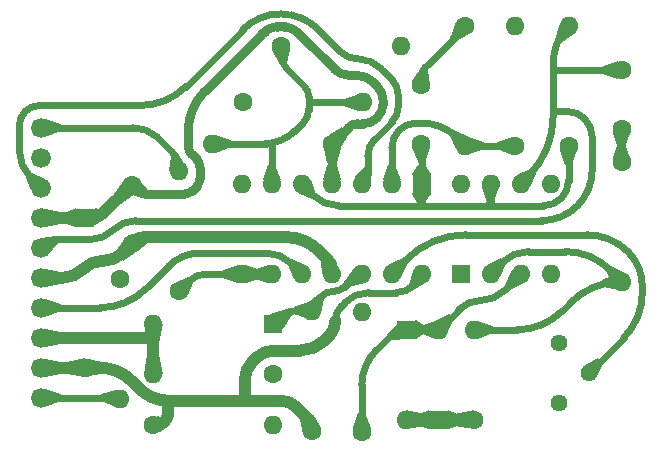
<source format=gbl>
G04 #@! TF.GenerationSoftware,KiCad,Pcbnew,8.0.1-1.fc39*
G04 #@! TF.CreationDate,2024-04-14T17:27:16+03:00*
G04 #@! TF.ProjectId,Regulator_PCB_VerA_rev0.1,52656775-6c61-4746-9f72-5f5043425f56,0.1*
G04 #@! TF.SameCoordinates,Original*
G04 #@! TF.FileFunction,Copper,L2,Bot*
G04 #@! TF.FilePolarity,Positive*
%FSLAX46Y46*%
G04 Gerber Fmt 4.6, Leading zero omitted, Abs format (unit mm)*
G04 Created by KiCad (PCBNEW 8.0.1-1.fc39) date 2024-04-14 17:27:16*
%MOMM*%
%LPD*%
G01*
G04 APERTURE LIST*
G04 #@! TA.AperFunction,ComponentPad*
%ADD10C,1.600000*%
G04 #@! TD*
G04 #@! TA.AperFunction,ComponentPad*
%ADD11O,1.600000X1.600000*%
G04 #@! TD*
G04 #@! TA.AperFunction,ComponentPad*
%ADD12R,1.600000X1.600000*%
G04 #@! TD*
G04 #@! TA.AperFunction,ComponentPad*
%ADD13C,1.440000*%
G04 #@! TD*
G04 #@! TA.AperFunction,ComponentPad*
%ADD14C,1.680000*%
G04 #@! TD*
G04 #@! TA.AperFunction,Conductor*
%ADD15C,0.800000*%
G04 #@! TD*
G04 #@! TA.AperFunction,Conductor*
%ADD16C,1.000000*%
G04 #@! TD*
G04 #@! TA.AperFunction,Conductor*
%ADD17C,0.600000*%
G04 #@! TD*
G04 APERTURE END LIST*
D10*
X117000000Y-126000000D03*
D11*
X117000000Y-115840000D03*
D12*
X137580000Y-116900000D03*
D11*
X135040000Y-116900000D03*
X132500000Y-116900000D03*
X129960000Y-116900000D03*
X127420000Y-116900000D03*
X124880000Y-116900000D03*
X122340000Y-116900000D03*
X122340000Y-124520000D03*
X124880000Y-124520000D03*
X127420000Y-124520000D03*
X129960000Y-124520000D03*
X132500000Y-124520000D03*
X135040000Y-124520000D03*
X137580000Y-124520000D03*
D10*
X145500000Y-113700000D03*
D11*
X145500000Y-103540000D03*
D10*
X150000000Y-113700000D03*
D11*
X150000000Y-103540000D03*
D12*
X139000000Y-136870000D03*
D11*
X139000000Y-129250000D03*
D10*
X142000000Y-136870000D03*
D11*
X142000000Y-129250000D03*
D10*
X125000000Y-133000000D03*
D11*
X114840000Y-133000000D03*
D10*
X125670000Y-105250000D03*
D11*
X135830000Y-105250000D03*
D10*
X112000000Y-124920000D03*
D11*
X112000000Y-135080000D03*
D12*
X125000000Y-128750000D03*
D11*
X114840000Y-128750000D03*
D10*
X114820000Y-137300000D03*
D11*
X124980000Y-137300000D03*
D10*
X113000000Y-117000000D03*
X113000000Y-122000000D03*
D13*
X149160000Y-135440000D03*
X151700000Y-132900000D03*
X149160000Y-130360000D03*
D10*
X154500000Y-115000000D03*
D11*
X154500000Y-125160000D03*
D12*
X140880000Y-124500000D03*
D11*
X143420000Y-124500000D03*
X145960000Y-124500000D03*
X148500000Y-124500000D03*
X148500000Y-116880000D03*
X145960000Y-116880000D03*
X143420000Y-116880000D03*
X140880000Y-116880000D03*
D12*
X109100000Y-119750000D03*
D11*
X109100000Y-132450000D03*
D12*
X136250000Y-129250000D03*
D11*
X136250000Y-136870000D03*
D10*
X154500000Y-107250000D03*
X154500000Y-112250000D03*
D14*
X105330000Y-112140000D03*
X105330000Y-114680000D03*
X105330000Y-117220000D03*
X105330000Y-119760000D03*
X105330000Y-122300000D03*
X105330000Y-124840000D03*
X105330000Y-127380000D03*
X105330000Y-129920000D03*
X105330000Y-132460000D03*
X105330000Y-135000000D03*
D10*
X128300000Y-137800000D03*
D11*
X128300000Y-127640000D03*
D10*
X132500000Y-137880000D03*
D11*
X132500000Y-127720000D03*
D10*
X137500000Y-113500000D03*
X137500000Y-108500000D03*
X122400000Y-110000000D03*
D11*
X132560000Y-110000000D03*
D10*
X130000000Y-113500000D03*
D11*
X119840000Y-113500000D03*
D10*
X141250000Y-103500000D03*
D11*
X141250000Y-113660000D03*
D15*
X127041342Y-104057440D02*
X126983334Y-104012928D01*
X125406249Y-103561386D02*
X125333757Y-103570930D01*
D16*
X109000000Y-119750000D02*
X107750000Y-119750000D01*
D15*
X125843752Y-103561372D02*
X125916245Y-103570916D01*
X124266673Y-104012939D02*
X124208666Y-104057451D01*
D16*
X105335000Y-119755000D02*
X105330000Y-119760000D01*
D15*
X133776287Y-108576287D02*
X133528264Y-108328264D01*
D16*
X107750000Y-119750000D02*
X105347071Y-119750000D01*
X110691941Y-119308058D02*
X112771446Y-117228553D01*
D15*
X129960000Y-113568284D02*
X129960000Y-116900000D01*
D16*
X109625000Y-119750000D02*
X109000000Y-119750000D01*
D15*
X118800000Y-115514214D02*
X118800000Y-116401902D01*
X117800000Y-112459594D02*
X117800000Y-113685786D01*
X127255783Y-104255783D02*
X130197863Y-107197863D01*
X134300000Y-109840643D02*
X134300000Y-110091004D01*
X118159009Y-117457107D02*
X118507107Y-117109009D01*
X119220999Y-109029000D02*
X123994215Y-104255783D01*
X131985763Y-107689339D02*
X131384391Y-107689339D01*
X118092893Y-114392893D02*
X118507107Y-114807107D01*
X131407107Y-112092893D02*
X129980000Y-113520000D01*
X113457107Y-117457107D02*
X113228553Y-117228553D01*
X117451902Y-117750000D02*
X114164214Y-117750000D01*
X132594777Y-111800000D02*
X132114214Y-111800000D01*
X124098288Y-104153023D02*
G75*
G03*
X123994216Y-104255784I8035512J-8242077D01*
G01*
X125047497Y-103627873D02*
G75*
G03*
X124771121Y-103721696I577503J-2155127D01*
G01*
X118507106Y-117109008D02*
G75*
G03*
X118800001Y-116401902I-707106J707108D01*
G01*
X118092893Y-114392893D02*
G75*
G02*
X117800010Y-113685786I707107J707093D01*
G01*
X131384391Y-107689339D02*
G75*
G02*
X130197860Y-107197866I9J1678039D01*
G01*
X126740654Y-103850771D02*
G75*
G02*
X126983334Y-104012928I-1115654J-1932329D01*
G01*
X125698124Y-103550914D02*
G75*
G03*
X125551876Y-103550921I-72824J-5830886D01*
G01*
X126478886Y-103721679D02*
G75*
G02*
X126740651Y-103850777I-853886J-2061321D01*
G01*
X132114214Y-111800000D02*
G75*
G03*
X131407100Y-112092886I-14J-1000000D01*
G01*
X124771119Y-103721693D02*
G75*
G03*
X124509351Y-103850786I853881J-2061407D01*
G01*
X134300000Y-109840643D02*
G75*
G03*
X133776315Y-108576259I-1788100J43D01*
G01*
D16*
X105335001Y-119755001D02*
G75*
G02*
X105347071Y-119749989I12099J-12099D01*
G01*
D15*
X131985763Y-107689339D02*
G75*
G02*
X133528290Y-108328238I37J-2181461D01*
G01*
X118159008Y-117457106D02*
G75*
G02*
X117451902Y-117750001I-707108J707106D01*
G01*
X126202506Y-103627859D02*
G75*
G02*
X126478884Y-103721683I-577506J-2155141D01*
G01*
X125551876Y-103550921D02*
G75*
G03*
X125406249Y-103561388I15524J-1234279D01*
G01*
X118800000Y-115514214D02*
G75*
G03*
X118507114Y-114807100I-1000000J14D01*
G01*
X113228552Y-117228554D02*
G75*
G03*
X112771447Y-117228554I-228552J-228552D01*
G01*
X125916245Y-103570916D02*
G75*
G02*
X126202505Y-103627861I-291245J-2212084D01*
G01*
X124509350Y-103850784D02*
G75*
G03*
X124266671Y-104012937I1115550J-1932216D01*
G01*
D16*
X109625000Y-119750000D02*
G75*
G03*
X110691945Y-119308062I0J1508900D01*
G01*
D15*
X127041342Y-104057440D02*
G75*
G02*
X127151711Y-104153021I-751642J-979460D01*
G01*
X132594777Y-111800000D02*
G75*
G03*
X133798685Y-111301355I23J1702600D01*
G01*
X117800000Y-112459594D02*
G75*
G02*
X119221000Y-109029001I4851600J-6D01*
G01*
X125698124Y-103550913D02*
G75*
G02*
X125843752Y-103561375I-15424J-1233487D01*
G01*
X125333757Y-103570930D02*
G75*
G03*
X125047498Y-103627877I291243J-2211970D01*
G01*
X113457107Y-117457107D02*
G75*
G03*
X114164214Y-117749990I707093J707107D01*
G01*
X127151716Y-104153016D02*
G75*
G02*
X127255783Y-104255783I-8123116J-8329984D01*
G01*
X133798665Y-111301335D02*
G75*
G03*
X134299993Y-110091004I-1210365J1210335D01*
G01*
X129980000Y-113520000D02*
G75*
G03*
X129959994Y-113568284I48300J-48300D01*
G01*
X124208666Y-104057452D02*
G75*
G03*
X124098290Y-104153025I752134J-980148D01*
G01*
D16*
X129960000Y-124090000D02*
X129960000Y-124520000D01*
X108892893Y-124107106D02*
X108879999Y-124119999D01*
X128830000Y-122530000D02*
X129655944Y-123355944D01*
X112900000Y-122100000D02*
X112500000Y-122500000D01*
X107141766Y-124840000D02*
X105330000Y-124840000D01*
X112300000Y-122700000D02*
X112500000Y-122500000D01*
X112900000Y-122100000D02*
X113300000Y-121700000D01*
X110600000Y-123400000D02*
X110610050Y-123400000D01*
X114024264Y-121400000D02*
X126101938Y-121400000D01*
X112299999Y-122699999D02*
G75*
G02*
X110610050Y-123400020I-1689999J1689999D01*
G01*
X110600000Y-123400000D02*
G75*
G03*
X108892896Y-124107109I0J-2414200D01*
G01*
X107141766Y-124840000D02*
G75*
G03*
X108880010Y-124120010I34J2458200D01*
G01*
X129960000Y-124090000D02*
G75*
G03*
X129655942Y-123355946I-1038100J0D01*
G01*
X128830000Y-122530000D02*
G75*
G03*
X126101938Y-121399984I-2728100J-2728100D01*
G01*
X114024264Y-121400000D02*
G75*
G03*
X113300011Y-121700011I36J-1024300D01*
G01*
D17*
X141250000Y-103574999D02*
X141250000Y-103500000D01*
X137500000Y-107950000D02*
X137500000Y-108500000D01*
X137888908Y-107011091D02*
X141196967Y-103703031D01*
X141250000Y-103574999D02*
G75*
G02*
X141196975Y-103703039I-181100J-1D01*
G01*
X137500000Y-107950000D02*
G75*
G02*
X137888912Y-107011095I1327800J0D01*
G01*
X137540000Y-113540000D02*
X137500000Y-113500000D01*
X137580000Y-116900000D02*
X137580000Y-113636568D01*
X147866116Y-118750000D02*
X143370208Y-118750000D01*
X128345000Y-117825000D02*
X127420000Y-116900000D01*
X143420000Y-118459791D02*
X143420000Y-116880000D01*
X137870208Y-118750000D02*
X143129791Y-118750000D01*
X137629791Y-118750000D02*
X130578147Y-118750000D01*
X137629791Y-118750000D02*
X137870208Y-118750000D01*
X150000000Y-116616116D02*
X150000000Y-113700000D01*
X143129791Y-118750000D02*
X143370208Y-118750000D01*
X137580000Y-118459791D02*
X137580000Y-116900000D01*
X143420000Y-118459791D02*
G75*
G02*
X143335002Y-118665002I-290200J-9D01*
G01*
X137629791Y-118750000D02*
G75*
G03*
X137665014Y-118664986I9J49800D01*
G01*
X149374999Y-118124999D02*
G75*
G02*
X147866116Y-118750006I-1508899J1508899D01*
G01*
X143335000Y-118665000D02*
G75*
G03*
X143370208Y-118749980I35200J-35200D01*
G01*
X137580000Y-118459791D02*
G75*
G03*
X137664998Y-118665002I290200J-9D01*
G01*
X150000000Y-116616116D02*
G75*
G02*
X149374995Y-118124995I-2133900J16D01*
G01*
X137540000Y-113540000D02*
G75*
G02*
X137580013Y-113636568I-96600J-96600D01*
G01*
X143335000Y-118665000D02*
G75*
G02*
X143129791Y-118749996I-205200J205200D01*
G01*
X137870208Y-118750000D02*
G75*
G02*
X137664998Y-118665002I-8J290200D01*
G01*
X128345000Y-117825000D02*
G75*
G03*
X130578147Y-118749980I2233100J2233100D01*
G01*
X148700000Y-106678400D02*
X148700000Y-110823223D01*
X148700000Y-107250000D02*
X154500000Y-107250000D01*
X152000000Y-115732233D02*
X152000000Y-112883883D01*
X147732233Y-120000000D02*
X113381370Y-120000000D01*
X105680000Y-121950000D02*
X105330000Y-122300000D01*
X148700000Y-111176776D02*
X148700000Y-110823223D01*
X106524974Y-121600000D02*
X109518629Y-121600000D01*
X146604654Y-116235345D02*
X145960000Y-116880000D01*
X149866116Y-110750000D02*
X149126776Y-110750000D01*
X152000000Y-112883883D02*
G75*
G03*
X151374995Y-111375005I-2133900J-17D01*
G01*
X111450000Y-120800000D02*
G75*
G02*
X113381370Y-119999988I1931400J-1931400D01*
G01*
X150750000Y-118750000D02*
G75*
G02*
X147732233Y-120000013I-3017800J3017800D01*
G01*
X111450000Y-120800000D02*
G75*
G02*
X109518629Y-121600012I-1931400J1931400D01*
G01*
X146604654Y-116235345D02*
G75*
G03*
X148700040Y-111176776I-5058554J5058645D01*
G01*
X150750000Y-118750000D02*
G75*
G03*
X152000013Y-115732233I-3017800J3017800D01*
G01*
X148700000Y-111176776D02*
G75*
G02*
X148825007Y-110875007I426800J-24D01*
G01*
X149126776Y-110750000D02*
G75*
G03*
X148825007Y-110875007I24J-426800D01*
G01*
X106524974Y-121600000D02*
G75*
G03*
X105680007Y-121950007I26J-1195000D01*
G01*
X148700000Y-106678400D02*
G75*
G02*
X149999998Y-103539998I4438300J0D01*
G01*
X148825000Y-110875000D02*
G75*
G02*
X148699944Y-110823223I-51800J51800D01*
G01*
X149866116Y-110750000D02*
G75*
G02*
X151374995Y-111375005I-16J-2133900D01*
G01*
X154500000Y-112250000D02*
X154500000Y-115000000D01*
X137473933Y-124926066D02*
X136940000Y-125460000D01*
D16*
X116125000Y-136233058D02*
X116125000Y-135250000D01*
X115812499Y-136987499D02*
X115740416Y-137059583D01*
X127035787Y-135835787D02*
X128052512Y-136852512D01*
X125028427Y-131000000D02*
X127262563Y-131000000D01*
X108982928Y-132460000D02*
X105330000Y-132460000D01*
D17*
X135394903Y-126100000D02*
X133066726Y-126100000D01*
D16*
X129374999Y-130124999D02*
X129719669Y-129780330D01*
X117115649Y-135250000D02*
X125621573Y-135250000D01*
X115160000Y-137300000D02*
X114820000Y-137300000D01*
D17*
X137580000Y-124670000D02*
X137580000Y-124520000D01*
D16*
X123185787Y-132014213D02*
X123614214Y-131585786D01*
D17*
X131074999Y-126924999D02*
X130780330Y-127219669D01*
D16*
X113684646Y-134239150D02*
X113051579Y-133606083D01*
X128300000Y-137450000D02*
X128300000Y-137800000D01*
X122600000Y-135250000D02*
X122600000Y-133428427D01*
X116125000Y-135250000D02*
X117115649Y-135250000D01*
X109007071Y-132450000D02*
X110260549Y-132450000D01*
X128052512Y-136852512D02*
G75*
G02*
X128299992Y-137450000I-597512J-597488D01*
G01*
X110260549Y-132450000D02*
G75*
G02*
X113051552Y-133606110I-49J-3947100D01*
G01*
X113684646Y-134239150D02*
G75*
G03*
X116125000Y-135250020I2440454J2440450D01*
G01*
X116125000Y-136233058D02*
G75*
G02*
X115812512Y-136987512I-1066900J-42D01*
G01*
X108982928Y-132460000D02*
G75*
G03*
X108994992Y-132454992I-28J17100D01*
G01*
X125621573Y-135250000D02*
G75*
G02*
X127035801Y-135835773I27J-2000000D01*
G01*
X122600000Y-133428427D02*
G75*
G02*
X123185773Y-132014199I2000000J27D01*
G01*
D17*
X136940000Y-125460000D02*
G75*
G02*
X135394903Y-126100001I-1545100J1545100D01*
G01*
X131074999Y-126924999D02*
G75*
G02*
X133066726Y-126100010I1991701J-1991701D01*
G01*
X130250000Y-128500000D02*
G75*
G02*
X130780322Y-127219661I1810700J0D01*
G01*
D16*
X109007071Y-132450000D02*
G75*
G03*
X108995008Y-132455008I29J-17100D01*
G01*
X115740415Y-137059582D02*
G75*
G02*
X115160000Y-137300008I-580415J580382D01*
G01*
X123614215Y-131585787D02*
G75*
G02*
X125028427Y-131000020I1414185J-1414213D01*
G01*
X129719669Y-129780330D02*
G75*
G03*
X130249987Y-128500000I-1280369J1280330D01*
G01*
D17*
X137473933Y-124926066D02*
G75*
G03*
X137580008Y-124670000I-256033J256066D01*
G01*
D16*
X127262563Y-131000000D02*
G75*
G03*
X129375011Y-130125011I37J2987400D01*
G01*
X139000000Y-136870000D02*
X142000000Y-136870000D01*
X114800000Y-129960000D02*
X114840000Y-130000000D01*
X136290000Y-136870000D02*
X139000000Y-136870000D01*
X114703431Y-129920000D02*
X105330000Y-129920000D01*
X114840000Y-128750000D02*
X114840000Y-133000000D01*
X114800000Y-129960000D02*
G75*
G03*
X114703431Y-129919987I-96600J-96600D01*
G01*
X136250000Y-136910000D02*
G75*
G02*
X136221722Y-136978291I-96600J0D01*
G01*
X136250000Y-136910000D02*
G75*
G02*
X136290000Y-136870000I40000J0D01*
G01*
D17*
X129098716Y-126401283D02*
X128384350Y-127115649D01*
X126911959Y-127630000D02*
X128060000Y-127630000D01*
X125560000Y-128190000D02*
X125000000Y-128750000D01*
X131036282Y-125598716D02*
X131978881Y-124656118D01*
X132307500Y-124520000D02*
X132500000Y-124520000D01*
X128060000Y-127630000D02*
G75*
G03*
X128250000Y-127440000I0J190000D01*
G01*
X129098717Y-126401284D02*
G75*
G02*
X130067500Y-126000010I968783J-968816D01*
G01*
X126911959Y-127630000D02*
G75*
G03*
X125560012Y-128190012I41J-1912000D01*
G01*
X128384351Y-127115650D02*
G75*
G03*
X128250000Y-127440000I324349J-324350D01*
G01*
X132307500Y-124520000D02*
G75*
G03*
X131978889Y-124656126I0J-464700D01*
G01*
X130067500Y-126000000D02*
G75*
G03*
X131036290Y-125598724I0J1370100D01*
G01*
X136650000Y-129250000D02*
X135850000Y-129250000D01*
X144491352Y-125968647D02*
X145960000Y-124500000D01*
X135167157Y-129532842D02*
X133733972Y-130966028D01*
X139000000Y-129250000D02*
X140718647Y-127531352D01*
X132500000Y-133945101D02*
X132500000Y-137880000D01*
X139000000Y-129250000D02*
X136650000Y-129250000D01*
X132500000Y-133945101D02*
G75*
G02*
X133733981Y-130966037I4213000J1D01*
G01*
X135850000Y-129250000D02*
G75*
G03*
X135167154Y-129532839I0J-965700D01*
G01*
X142605000Y-126750000D02*
G75*
G03*
X144491351Y-125968646I0J2667700D01*
G01*
X142605000Y-126750000D02*
G75*
G03*
X140718649Y-127531354I0J-2667700D01*
G01*
X110310631Y-127380000D02*
X105330000Y-127380000D01*
X116144415Y-123855585D02*
X114252970Y-125747030D01*
X124398420Y-122750000D02*
X118813533Y-122750000D01*
X126535000Y-123635000D02*
X127420000Y-124520000D01*
X126535000Y-123635000D02*
G75*
G03*
X124398420Y-122749992I-2136600J-2136600D01*
G01*
X110310631Y-127380000D02*
G75*
G03*
X114252952Y-125747012I-31J5575300D01*
G01*
X118813533Y-122750000D02*
G75*
G03*
X116144399Y-123855569I-33J-3774700D01*
G01*
X130714214Y-105714214D02*
X128825825Y-103825825D01*
X135600000Y-109428427D02*
X135600000Y-110271573D01*
X103500000Y-114095994D02*
X103500000Y-111957106D01*
X104415000Y-116305000D02*
X105330000Y-117220000D01*
X132750000Y-116650000D02*
X132500000Y-116900000D01*
X113746036Y-110250000D02*
X105207106Y-110250000D01*
X122424174Y-103825825D02*
X117593792Y-108656207D01*
X135014213Y-111685787D02*
X133585786Y-113114214D01*
X133000000Y-116046446D02*
X133000000Y-114528427D01*
X135014214Y-108014214D02*
X134128414Y-107128414D01*
X133000000Y-116046446D02*
G75*
G02*
X132749986Y-116649986I-853600J46D01*
G01*
X130714215Y-105714213D02*
G75*
G03*
X132128427Y-106299980I1414185J1414213D01*
G01*
X104000000Y-110750000D02*
G75*
G03*
X103500003Y-111957106I1207100J-1207100D01*
G01*
X103500000Y-114095994D02*
G75*
G03*
X104414998Y-116305002I3124000J-6D01*
G01*
X135600000Y-109428427D02*
G75*
G03*
X135014228Y-108014200I-2000000J27D01*
G01*
X133585787Y-113114215D02*
G75*
G03*
X133000020Y-114528427I1414213J-1414185D01*
G01*
X128825824Y-103825826D02*
G75*
G03*
X125625000Y-102499986I-3200824J-3200774D01*
G01*
X135014212Y-111685786D02*
G75*
G03*
X135599980Y-110271573I-1414212J1414186D01*
G01*
X122424174Y-103825825D02*
G75*
G02*
X125625000Y-102499985I3200826J-3200775D01*
G01*
X104000000Y-110750000D02*
G75*
G02*
X105207106Y-110250003I1207100J-1207100D01*
G01*
X134128414Y-107128414D02*
G75*
G03*
X132128427Y-106299973I-2000014J-1999986D01*
G01*
X113746036Y-110250000D02*
G75*
G03*
X117593785Y-108656200I-36J5441600D01*
G01*
X105330000Y-135000000D02*
X112000000Y-135000000D01*
X117000000Y-115581472D02*
X117000000Y-115840000D01*
X113132203Y-112140000D02*
X105330000Y-112140000D01*
X116414213Y-114167258D02*
X115157375Y-112910420D01*
X117000000Y-115581472D02*
G75*
G03*
X116414199Y-114167272I-2000000J-28D01*
G01*
X113132203Y-112140000D02*
G75*
G02*
X115157377Y-112910418I-3703J-3056700D01*
G01*
X151546622Y-121200000D02*
X141342851Y-121200000D01*
X136250805Y-123309195D02*
X135040000Y-124520000D01*
X156250000Y-126096036D02*
X156250000Y-125544283D01*
X154656207Y-129943792D02*
X151700000Y-132900000D01*
X154656207Y-129943792D02*
G75*
G03*
X156250010Y-126096036I-3847807J3847792D01*
G01*
X151546622Y-121200000D02*
G75*
G02*
X155051950Y-122651970I-22J-4957300D01*
G01*
X156250000Y-125544283D02*
G75*
G03*
X155051960Y-122651960I-4090400J-17D01*
G01*
X136250805Y-123309195D02*
G75*
G02*
X141342851Y-121199954I5092095J-5092005D01*
G01*
X126172045Y-107172045D02*
X127646446Y-108646446D01*
X124347600Y-113497870D02*
X119843636Y-113497870D01*
X128000000Y-110500000D02*
X128000000Y-109500000D01*
X128000000Y-110500000D02*
X128000000Y-110625000D01*
X124840000Y-113487608D02*
X124800000Y-113447608D01*
X127558058Y-111691941D02*
X126874999Y-112374999D01*
X128500000Y-110000000D02*
X132560000Y-110000000D01*
X124880000Y-113584176D02*
X124880000Y-116900000D01*
X125670000Y-105960000D02*
X125670000Y-105250000D01*
X119841065Y-113498935D02*
X119840000Y-113500000D01*
X119843636Y-113497870D02*
G75*
G03*
X119841048Y-113498918I-36J-3630D01*
G01*
X127646445Y-108646447D02*
G75*
G02*
X128000001Y-109500000I-853545J-853553D01*
G01*
X124347600Y-113497870D02*
G75*
G03*
X126874986Y-112374986I-199400J3854570D01*
G01*
X128000000Y-109500000D02*
G75*
G03*
X128500000Y-110000000I500000J0D01*
G01*
X126172045Y-107172045D02*
G75*
G02*
X125670003Y-105960000I1212055J1212045D01*
G01*
X128000000Y-110500000D02*
G75*
G02*
X128500000Y-110000000I500000J0D01*
G01*
X128000000Y-110625000D02*
G75*
G02*
X127558062Y-111691945I-1508900J0D01*
G01*
X124840000Y-113487608D02*
G75*
G02*
X124880007Y-113584176I-96600J-96592D01*
G01*
X145480000Y-113680000D02*
X145500000Y-113700000D01*
X135040000Y-113815599D02*
X135040000Y-116900000D01*
X140555657Y-112965657D02*
X140902828Y-113312828D01*
X145431715Y-113660000D02*
X141740974Y-113660000D01*
X136970336Y-111751890D02*
X137625365Y-111751890D01*
X140555657Y-112965657D02*
G75*
G03*
X137625365Y-111751901I-2930257J-2930243D01*
G01*
X140902828Y-113312828D02*
G75*
G03*
X141740974Y-113660023I838172J838128D01*
G01*
X136970336Y-111751890D02*
G75*
G03*
X135645019Y-112355020I146864J-2080410D01*
G01*
X135645000Y-112355000D02*
G75*
G03*
X135040000Y-113815599I1460600J-1460600D01*
G01*
X145480000Y-113680000D02*
G75*
G03*
X145431715Y-113659994I-48300J-48300D01*
G01*
X122340000Y-124520000D02*
X124880000Y-124520000D01*
X122340000Y-124520000D02*
X119308427Y-124520000D01*
X117894213Y-125105787D02*
X117000000Y-126000000D01*
X119308427Y-124520000D02*
G75*
G03*
X117894199Y-125105773I-27J-2000000D01*
G01*
X149463792Y-127656207D02*
X150163958Y-126956041D01*
X153538608Y-124198608D02*
X154500000Y-125160000D01*
X149727511Y-122620000D02*
X146629360Y-122620000D01*
X145616036Y-129250000D02*
X142000000Y-129250000D01*
X144360000Y-123560000D02*
X143420000Y-124500000D01*
X145616036Y-129250000D02*
G75*
G03*
X149463785Y-127656200I-36J5441600D01*
G01*
X154500000Y-125160000D02*
G75*
G03*
X150163959Y-126956042I0J-6132100D01*
G01*
X153538608Y-124198608D02*
G75*
G03*
X149727511Y-122619991I-3811108J-3811092D01*
G01*
X146629360Y-122620000D02*
G75*
G03*
X144360011Y-123560011I40J-3209400D01*
G01*
G04 #@! TA.AperFunction,Conductor*
G36*
X108301900Y-118952947D02*
G01*
X108305327Y-118955320D01*
X109092711Y-119741722D01*
X109096143Y-119749993D01*
X109092721Y-119758268D01*
X109092711Y-119758278D01*
X108305327Y-120544679D01*
X108297052Y-120548101D01*
X108292951Y-120547356D01*
X107507592Y-120252847D01*
X107501049Y-120246734D01*
X107500000Y-120241892D01*
X107500000Y-119258108D01*
X107503427Y-119249835D01*
X107507592Y-119247153D01*
X108292951Y-118952643D01*
X108301900Y-118952947D01*
G37*
G04 #@! TD.AperFunction*
G04 #@! TA.AperFunction,Conductor*
G36*
X105343934Y-118922740D02*
G01*
X106998569Y-119248143D01*
X107006025Y-119253102D01*
X107008011Y-119259623D01*
X107008011Y-120240510D01*
X107004584Y-120248783D01*
X106998725Y-120251958D01*
X105660948Y-120534056D01*
X105652146Y-120532410D01*
X105647730Y-120527097D01*
X105533409Y-120251958D01*
X105329897Y-119762159D01*
X105329002Y-119757663D01*
X105329983Y-118934206D01*
X105333420Y-118925938D01*
X105341697Y-118922521D01*
X105343934Y-118922740D01*
G37*
G04 #@! TD.AperFunction*
G04 #@! TA.AperFunction,Conductor*
G36*
X112442627Y-116442885D02*
G01*
X112444283Y-116444258D01*
X113000707Y-116999293D01*
X113000727Y-116999313D01*
X113555741Y-117555716D01*
X113559158Y-117563994D01*
X113555721Y-117572262D01*
X113554065Y-117573635D01*
X112230196Y-118479438D01*
X112221433Y-118481282D01*
X112215316Y-118478055D01*
X111521943Y-117784682D01*
X111518516Y-117776409D01*
X111520560Y-117769802D01*
X112426366Y-116445932D01*
X112433864Y-116441041D01*
X112442627Y-116442885D01*
G37*
G04 #@! TD.AperFunction*
G04 #@! TA.AperFunction,Conductor*
G36*
X130729400Y-113802114D02*
G01*
X130735725Y-113808453D01*
X130736132Y-113816227D01*
X130362474Y-115083653D01*
X130356848Y-115090619D01*
X130351252Y-115092044D01*
X129569291Y-115092044D01*
X129561018Y-115088617D01*
X129557895Y-115082995D01*
X129263141Y-113815799D01*
X129264605Y-113806964D01*
X129270047Y-113802344D01*
X129995512Y-113500864D01*
X130004461Y-113500854D01*
X130729400Y-113802114D01*
G37*
G04 #@! TD.AperFunction*
G04 #@! TA.AperFunction,Conductor*
G36*
X130359244Y-115303427D02*
G01*
X130362289Y-115308734D01*
X130696520Y-116583994D01*
X130695302Y-116592865D01*
X130689692Y-116597764D01*
X129964490Y-116899134D01*
X129955536Y-116899144D01*
X129230306Y-116597763D01*
X129223982Y-116591425D01*
X129223479Y-116583996D01*
X129557711Y-115308734D01*
X129563124Y-115301600D01*
X129569029Y-115300000D01*
X130350971Y-115300000D01*
X130359244Y-115303427D01*
G37*
G04 #@! TD.AperFunction*
G04 #@! TA.AperFunction,Conductor*
G36*
X130854910Y-112092170D02*
G01*
X131407829Y-112645089D01*
X131411256Y-112653362D01*
X131409656Y-112659267D01*
X130744248Y-113797347D01*
X130737114Y-113802760D01*
X130729683Y-113802257D01*
X130003787Y-113502562D01*
X129997448Y-113496237D01*
X129997437Y-113496212D01*
X129697742Y-112770316D01*
X129697753Y-112761361D01*
X129702651Y-112755751D01*
X130840735Y-112090342D01*
X130849603Y-112089125D01*
X130854910Y-112092170D01*
G37*
G04 #@! TD.AperFunction*
G04 #@! TA.AperFunction,Conductor*
G36*
X109905386Y-118950451D02*
G01*
X110306583Y-118984045D01*
X110314542Y-118988150D01*
X110314889Y-118988582D01*
X110912443Y-119767342D01*
X110914761Y-119775991D01*
X110910283Y-119783746D01*
X110909099Y-119784545D01*
X109906879Y-120374903D01*
X109898012Y-120376149D01*
X109893719Y-120374027D01*
X109109590Y-119758755D01*
X109105196Y-119750952D01*
X109107607Y-119742328D01*
X109108530Y-119741286D01*
X109896162Y-118953836D01*
X109904434Y-118950411D01*
X109905386Y-118950451D01*
G37*
G04 #@! TD.AperFunction*
G04 #@! TA.AperFunction,Conductor*
G36*
X113573244Y-116443299D02*
G01*
X113573891Y-116444002D01*
X114338647Y-117346727D01*
X114341420Y-117354289D01*
X114341420Y-118135024D01*
X114337993Y-118143297D01*
X114329720Y-118146724D01*
X114326889Y-118146376D01*
X112707012Y-117742385D01*
X112699814Y-117737058D01*
X112698491Y-117728202D01*
X112699025Y-117726575D01*
X112998109Y-117002157D01*
X113000654Y-116998348D01*
X113556699Y-116443284D01*
X113564974Y-116439865D01*
X113573244Y-116443299D01*
G37*
G04 #@! TD.AperFunction*
G04 #@! TA.AperFunction,Conductor*
G36*
X107000632Y-124338096D02*
G01*
X107008055Y-124343101D01*
X107010000Y-124349561D01*
X107010000Y-125330438D01*
X107006573Y-125338711D01*
X107000630Y-125341904D01*
X105660892Y-125614141D01*
X105652102Y-125612430D01*
X105647758Y-125607164D01*
X105330865Y-124844489D01*
X105330855Y-124835535D01*
X105647758Y-124072834D01*
X105654096Y-124066510D01*
X105660889Y-124065858D01*
X107000632Y-124338096D01*
G37*
G04 #@! TD.AperFunction*
G04 #@! TA.AperFunction,Conductor*
G36*
X112269924Y-121697581D02*
G01*
X112996351Y-121997611D01*
X113002690Y-122003937D01*
X113002700Y-122003961D01*
X113302351Y-122729909D01*
X113302340Y-122738864D01*
X113297681Y-122744329D01*
X112254555Y-123388188D01*
X112245715Y-123389617D01*
X112238504Y-123384457D01*
X111716594Y-122553858D01*
X111715095Y-122545031D01*
X111716657Y-122541312D01*
X112255617Y-121702072D01*
X112262969Y-121696964D01*
X112269924Y-121697581D01*
G37*
G04 #@! TD.AperFunction*
G04 #@! TA.AperFunction,Conductor*
G36*
X129766145Y-122763024D02*
G01*
X129767714Y-122764970D01*
X130691541Y-124202088D01*
X130693132Y-124210901D01*
X130688026Y-124218257D01*
X130686189Y-124219219D01*
X129962868Y-124519808D01*
X129958368Y-124520704D01*
X129170567Y-124520009D01*
X129162297Y-124516575D01*
X129158936Y-124509488D01*
X129053317Y-123465387D01*
X129055894Y-123456813D01*
X129056675Y-123455948D01*
X129749600Y-122763023D01*
X129757872Y-122759597D01*
X129766145Y-122763024D01*
G37*
G04 #@! TD.AperFunction*
G04 #@! TA.AperFunction,Conductor*
G36*
X114388171Y-120904634D02*
G01*
X114393242Y-120912015D01*
X114393497Y-120914445D01*
X114393497Y-121894394D01*
X114390070Y-121902667D01*
X114389129Y-121903512D01*
X113573858Y-122559111D01*
X113565263Y-122561625D01*
X113558260Y-122558273D01*
X113000656Y-122001653D01*
X112998107Y-121997838D01*
X112699216Y-121273886D01*
X112699227Y-121264931D01*
X112705566Y-121258606D01*
X112707592Y-121257978D01*
X114379367Y-120903000D01*
X114388171Y-120904634D01*
G37*
G04 #@! TD.AperFunction*
G04 #@! TA.AperFunction,Conductor*
G36*
X140521827Y-103198366D02*
G01*
X141246212Y-103497437D01*
X141252551Y-103503762D01*
X141252562Y-103503787D01*
X141552259Y-104229687D01*
X141552248Y-104238642D01*
X141547353Y-104244250D01*
X140428474Y-104899021D01*
X140419603Y-104900242D01*
X140414292Y-104897196D01*
X140001871Y-104484775D01*
X139998444Y-104476502D01*
X139999282Y-104472155D01*
X140096325Y-104229687D01*
X140506501Y-103204832D01*
X140512755Y-103198426D01*
X140521709Y-103198319D01*
X140521827Y-103198366D01*
G37*
G04 #@! TD.AperFunction*
G04 #@! TA.AperFunction,Conductor*
G36*
X137696491Y-106796206D02*
G01*
X137698323Y-106797701D01*
X138109696Y-107209074D01*
X138113001Y-107215661D01*
X138298052Y-108486625D01*
X138295853Y-108495306D01*
X138288160Y-108499889D01*
X138286484Y-108500011D01*
X137501631Y-108500704D01*
X137497131Y-108499808D01*
X136773964Y-108199283D01*
X136767639Y-108192944D01*
X136767650Y-108183989D01*
X136768683Y-108182042D01*
X137680282Y-106799532D01*
X137687697Y-106794513D01*
X137696491Y-106796206D01*
G37*
G04 #@! TD.AperFunction*
G04 #@! TA.AperFunction,Conductor*
G36*
X137881788Y-115303427D02*
G01*
X137883437Y-115305499D01*
X138375070Y-116092112D01*
X138376548Y-116100944D01*
X138373426Y-116106581D01*
X137588278Y-116892711D01*
X137580007Y-116896143D01*
X137571732Y-116892721D01*
X137571722Y-116892711D01*
X136786573Y-116106581D01*
X136783151Y-116098306D01*
X136784928Y-116092114D01*
X137276563Y-115305498D01*
X137283854Y-115300300D01*
X137286485Y-115300000D01*
X137873515Y-115300000D01*
X137881788Y-115303427D01*
G37*
G04 #@! TD.AperFunction*
G04 #@! TA.AperFunction,Conductor*
G36*
X138229523Y-113802165D02*
G01*
X138235848Y-113808504D01*
X138236297Y-113816134D01*
X137882398Y-115075552D01*
X137876861Y-115082590D01*
X137871134Y-115084087D01*
X137287876Y-115084087D01*
X137279603Y-115080660D01*
X137277036Y-115076790D01*
X137215529Y-114925373D01*
X136765263Y-113816897D01*
X136765325Y-113807945D01*
X136771610Y-113801694D01*
X137495512Y-113500864D01*
X137504461Y-113500854D01*
X138229523Y-113802165D01*
G37*
G04 #@! TD.AperFunction*
G04 #@! TA.AperFunction,Conductor*
G36*
X128157542Y-116598205D02*
G01*
X128163738Y-116604243D01*
X128655991Y-117707759D01*
X128656232Y-117716710D01*
X128654453Y-117719820D01*
X128290533Y-118176162D01*
X128282696Y-118180493D01*
X128276455Y-118179477D01*
X127124010Y-117643825D01*
X127117952Y-117637230D01*
X127118125Y-117628753D01*
X127417364Y-116903869D01*
X127423686Y-116897532D01*
X128148589Y-116598195D01*
X128157542Y-116598205D01*
G37*
G04 #@! TD.AperFunction*
G04 #@! TA.AperFunction,Conductor*
G36*
X144148943Y-117181924D02*
G01*
X144155268Y-117188263D01*
X144155512Y-117196547D01*
X143722693Y-118449858D01*
X143716753Y-118456560D01*
X143711716Y-118457739D01*
X143128416Y-118461841D01*
X143120119Y-118458472D01*
X143117271Y-118453949D01*
X143030549Y-118201996D01*
X142684473Y-117196539D01*
X142685021Y-117187602D01*
X142691044Y-117181929D01*
X143415505Y-116880865D01*
X143424454Y-116880855D01*
X144148943Y-117181924D01*
G37*
G04 #@! TD.AperFunction*
G04 #@! TA.AperFunction,Conductor*
G36*
X150635518Y-113963100D02*
G01*
X150728997Y-114001947D01*
X150735322Y-114008286D01*
X150735586Y-114016511D01*
X150302695Y-115292060D01*
X150296792Y-115298793D01*
X150291616Y-115300000D01*
X149708384Y-115300000D01*
X149700111Y-115296573D01*
X149697305Y-115292060D01*
X149264413Y-114016511D01*
X149264999Y-114007575D01*
X149271001Y-114001947D01*
X149995512Y-113700864D01*
X150004461Y-113700854D01*
X150635518Y-113963100D01*
G37*
G04 #@! TD.AperFunction*
G04 #@! TA.AperFunction,Conductor*
G36*
X137588010Y-116907313D02*
G01*
X137588021Y-116907324D01*
X138372764Y-117693020D01*
X138376186Y-117701295D01*
X138374034Y-117708050D01*
X137871950Y-118416947D01*
X137865430Y-118421486D01*
X137298590Y-118573357D01*
X137289712Y-118572188D01*
X137285452Y-118567945D01*
X136784530Y-117707780D01*
X136783329Y-117698907D01*
X136786361Y-117693628D01*
X137571465Y-116907324D01*
X137579734Y-116903892D01*
X137588010Y-116907313D01*
G37*
G04 #@! TD.AperFunction*
G04 #@! TA.AperFunction,Conductor*
G36*
X154192424Y-106514999D02*
G01*
X154198052Y-106521002D01*
X154499134Y-107245510D01*
X154499144Y-107254463D01*
X154499135Y-107254485D01*
X154499134Y-107254490D01*
X154198052Y-107978997D01*
X154191713Y-107985322D01*
X154183488Y-107985586D01*
X152907940Y-107552694D01*
X152901207Y-107546791D01*
X152900000Y-107541615D01*
X152900000Y-106958384D01*
X152903427Y-106950111D01*
X152907938Y-106947305D01*
X154183489Y-106514413D01*
X154192424Y-106514999D01*
G37*
G04 #@! TD.AperFunction*
G04 #@! TA.AperFunction,Conductor*
G36*
X146773119Y-115618977D02*
G01*
X147214258Y-116001234D01*
X147218266Y-116009241D01*
X147217296Y-116014809D01*
X146703721Y-117175710D01*
X146697240Y-117181890D01*
X146688556Y-117181792D01*
X145963838Y-116882609D01*
X145957500Y-116876285D01*
X145658098Y-116151176D01*
X145658108Y-116142224D01*
X145663906Y-116136138D01*
X146760453Y-115617242D01*
X146769396Y-115616802D01*
X146773119Y-115618977D01*
G37*
G04 #@! TD.AperFunction*
G04 #@! TA.AperFunction,Conductor*
G36*
X106768617Y-121303935D02*
G01*
X106772935Y-121311780D01*
X106773006Y-121313069D01*
X106773006Y-121895683D01*
X106770202Y-121903282D01*
X105932182Y-122884355D01*
X105924203Y-122888420D01*
X105915687Y-122885652D01*
X105915032Y-122885047D01*
X105332438Y-122303432D01*
X105329005Y-122295165D01*
X105329987Y-121470460D01*
X105333424Y-121462193D01*
X105340397Y-121458847D01*
X106760017Y-121301440D01*
X106768617Y-121303935D01*
G37*
G04 #@! TD.AperFunction*
G04 #@! TA.AperFunction,Conductor*
G36*
X149272932Y-103238821D02*
G01*
X149998258Y-103538201D01*
X150002076Y-103540752D01*
X150555992Y-104095970D01*
X150559409Y-104104247D01*
X150555972Y-104112516D01*
X150554558Y-104113719D01*
X149377631Y-104963559D01*
X149368918Y-104965624D01*
X149365837Y-104964677D01*
X148837384Y-104718249D01*
X148831335Y-104711647D01*
X148831099Y-104704366D01*
X149257242Y-103246353D01*
X149262851Y-103239375D01*
X149271753Y-103238407D01*
X149272932Y-103238821D01*
G37*
G04 #@! TD.AperFunction*
G04 #@! TA.AperFunction,Conductor*
G36*
X154799889Y-113403427D02*
G01*
X154802695Y-113407940D01*
X155235586Y-114683488D01*
X155235000Y-114692424D01*
X155228997Y-114698052D01*
X154504490Y-114999134D01*
X154495536Y-114999144D01*
X154495510Y-114999134D01*
X153771002Y-114698052D01*
X153764677Y-114691713D01*
X153764413Y-114683489D01*
X154197305Y-113407939D01*
X154203208Y-113401207D01*
X154208384Y-113400000D01*
X154791616Y-113400000D01*
X154799889Y-113403427D01*
G37*
G04 #@! TD.AperFunction*
G04 #@! TA.AperFunction,Conductor*
G36*
X155135518Y-112513100D02*
G01*
X155228997Y-112551947D01*
X155235322Y-112558286D01*
X155235586Y-112566511D01*
X154802695Y-113842060D01*
X154796792Y-113848793D01*
X154791616Y-113850000D01*
X154208384Y-113850000D01*
X154200111Y-113846573D01*
X154197305Y-113842060D01*
X153764413Y-112566511D01*
X153764999Y-112557575D01*
X153771001Y-112551947D01*
X154495512Y-112250864D01*
X154504461Y-112250854D01*
X155135518Y-112513100D01*
G37*
G04 #@! TD.AperFunction*
G04 #@! TA.AperFunction,Conductor*
G36*
X136852816Y-124218776D02*
G01*
X137576373Y-124517645D01*
X137582711Y-124523971D01*
X137582721Y-124523995D01*
X137882447Y-125250141D01*
X137882436Y-125259096D01*
X137878026Y-125264403D01*
X136770706Y-125987015D01*
X136761905Y-125988667D01*
X136754514Y-125983611D01*
X136754179Y-125983067D01*
X136462891Y-125478539D01*
X136461723Y-125469661D01*
X136461811Y-125469348D01*
X136837164Y-124226212D01*
X136842835Y-124219285D01*
X136851746Y-124218395D01*
X136852816Y-124218776D01*
G37*
G04 #@! TD.AperFunction*
G04 #@! TA.AperFunction,Conductor*
G36*
X109094863Y-131654487D02*
G01*
X109099803Y-131661956D01*
X109100017Y-131664169D01*
X109101000Y-132450000D01*
X109101000Y-132450030D01*
X109100017Y-133236003D01*
X109096580Y-133244271D01*
X109088302Y-133247688D01*
X109086228Y-133247500D01*
X107511600Y-132961744D01*
X107504072Y-132956895D01*
X107501989Y-132950232D01*
X107501989Y-131969648D01*
X107505416Y-131961375D01*
X107511459Y-131958162D01*
X109086090Y-131652698D01*
X109094863Y-131654487D01*
G37*
G04 #@! TD.AperFunction*
G04 #@! TA.AperFunction,Conductor*
G36*
X107000632Y-131958096D02*
G01*
X107008055Y-131963101D01*
X107010000Y-131969561D01*
X107010000Y-132950438D01*
X107006573Y-132958711D01*
X107000630Y-132961904D01*
X105660892Y-133234141D01*
X105652102Y-133232430D01*
X105647758Y-133227164D01*
X105330865Y-132464489D01*
X105330855Y-132455535D01*
X105647758Y-131692834D01*
X105654096Y-131686510D01*
X105660889Y-131685858D01*
X107000632Y-131958096D01*
G37*
G04 #@! TD.AperFunction*
G04 #@! TA.AperFunction,Conductor*
G36*
X110493244Y-131952240D02*
G01*
X110500578Y-131957379D01*
X110502352Y-131964809D01*
X110406157Y-132941380D01*
X110401935Y-132949277D01*
X110397239Y-132951611D01*
X109415848Y-133186779D01*
X109407005Y-133185374D01*
X109402319Y-133179891D01*
X109100869Y-132454390D01*
X109100860Y-132445438D01*
X109402383Y-131719951D01*
X109408722Y-131713628D01*
X109415719Y-131713021D01*
X110493244Y-131952240D01*
G37*
G04 #@! TD.AperFunction*
G04 #@! TA.AperFunction,Conductor*
G36*
X128000090Y-136095394D02*
G01*
X128001129Y-136096584D01*
X128859514Y-137226194D01*
X128861791Y-137234855D01*
X128858481Y-137241536D01*
X128302361Y-137799048D01*
X128298543Y-137801600D01*
X127573924Y-138100768D01*
X127564969Y-138100757D01*
X127558644Y-138094418D01*
X127558007Y-138092351D01*
X127378440Y-137234855D01*
X127287213Y-136799216D01*
X127288872Y-136790417D01*
X127290387Y-136788551D01*
X127983545Y-136095393D01*
X127991817Y-136091967D01*
X128000090Y-136095394D01*
G37*
G04 #@! TD.AperFunction*
G04 #@! TA.AperFunction,Conductor*
G36*
X115455600Y-136633215D02*
G01*
X115461364Y-136636370D01*
X116156001Y-137330998D01*
X116159428Y-137339271D01*
X116156001Y-137347544D01*
X116154256Y-137348981D01*
X115393666Y-137860319D01*
X115384888Y-137862091D01*
X115378875Y-137858892D01*
X115378089Y-137858108D01*
X114824836Y-137306236D01*
X114821400Y-137297970D01*
X114822292Y-137293476D01*
X115122396Y-136569938D01*
X115128730Y-136563611D01*
X115135709Y-136562995D01*
X115455600Y-136633215D01*
G37*
G04 #@! TD.AperFunction*
G04 #@! TA.AperFunction,Conductor*
G36*
X139807048Y-136072643D02*
G01*
X140592408Y-136367153D01*
X140598951Y-136373267D01*
X140600000Y-136378108D01*
X140600000Y-137361892D01*
X140596573Y-137370165D01*
X140592408Y-137372847D01*
X139807048Y-137667356D01*
X139798098Y-137667052D01*
X139794672Y-137664679D01*
X139502475Y-137372847D01*
X139007287Y-136878277D01*
X139003856Y-136870007D01*
X139007278Y-136861732D01*
X139007288Y-136861722D01*
X139794674Y-136075319D01*
X139802947Y-136071898D01*
X139807048Y-136072643D01*
G37*
G04 #@! TD.AperFunction*
G04 #@! TA.AperFunction,Conductor*
G36*
X141994924Y-136074438D02*
G01*
X141999817Y-136081938D01*
X142000017Y-136084079D01*
X142001000Y-136870000D01*
X142001000Y-136870030D01*
X142000017Y-137655920D01*
X141996580Y-137664188D01*
X141988302Y-137667605D01*
X141986161Y-137667405D01*
X140409544Y-137371789D01*
X140402044Y-137366896D01*
X140400000Y-137360289D01*
X140400000Y-136379710D01*
X140403427Y-136371437D01*
X140409542Y-136368210D01*
X141986163Y-136072594D01*
X141994924Y-136074438D01*
G37*
G04 #@! TD.AperFunction*
G04 #@! TA.AperFunction,Conductor*
G36*
X138201900Y-136072947D02*
G01*
X138205327Y-136075320D01*
X138992711Y-136861722D01*
X138996143Y-136869993D01*
X138992721Y-136878268D01*
X138992711Y-136878278D01*
X138205327Y-137664679D01*
X138197052Y-137668101D01*
X138192951Y-137667356D01*
X137407592Y-137372847D01*
X137401049Y-137366734D01*
X137400000Y-137361892D01*
X137400000Y-136378108D01*
X137403427Y-136369835D01*
X137407592Y-136367153D01*
X138192951Y-136072643D01*
X138201900Y-136072947D01*
G37*
G04 #@! TD.AperFunction*
G04 #@! TA.AperFunction,Conductor*
G36*
X136263831Y-136072593D02*
G01*
X137840457Y-136368210D01*
X137847956Y-136373103D01*
X137850000Y-136379710D01*
X137850000Y-137360289D01*
X137846573Y-137368562D01*
X137840456Y-137371789D01*
X136263838Y-137667405D01*
X136255075Y-137665561D01*
X136250182Y-137658061D01*
X136249982Y-137655920D01*
X136249000Y-136870030D01*
X136249000Y-136870000D01*
X136249982Y-136084079D01*
X136253419Y-136075811D01*
X136261697Y-136072394D01*
X136263831Y-136072593D01*
G37*
G04 #@! TD.AperFunction*
G04 #@! TA.AperFunction,Conductor*
G36*
X107000632Y-129418096D02*
G01*
X107008055Y-129423101D01*
X107010000Y-129429561D01*
X107010000Y-130410438D01*
X107006573Y-130418711D01*
X107000630Y-130421904D01*
X105660892Y-130694141D01*
X105652102Y-130692430D01*
X105647758Y-130687164D01*
X105330865Y-129924489D01*
X105330855Y-129915535D01*
X105647758Y-129152834D01*
X105654096Y-129146510D01*
X105660889Y-129145858D01*
X107000632Y-129418096D01*
G37*
G04 #@! TD.AperFunction*
G04 #@! TA.AperFunction,Conductor*
G36*
X115625920Y-128749982D02*
G01*
X115634188Y-128753419D01*
X115637605Y-128761697D01*
X115637405Y-128763838D01*
X115341790Y-130340456D01*
X115336897Y-130347956D01*
X115330290Y-130350000D01*
X114349710Y-130350000D01*
X114341437Y-130346573D01*
X114338210Y-130340456D01*
X114042594Y-128763836D01*
X114044438Y-128755075D01*
X114051938Y-128750182D01*
X114054074Y-128749982D01*
X114840000Y-128749000D01*
X115625920Y-128749982D01*
G37*
G04 #@! TD.AperFunction*
G04 #@! TA.AperFunction,Conductor*
G36*
X115338563Y-131403427D02*
G01*
X115341790Y-131409544D01*
X115637405Y-132986161D01*
X115635561Y-132994924D01*
X115628061Y-132999817D01*
X115625920Y-133000017D01*
X114840015Y-133000999D01*
X114839985Y-133000999D01*
X114054079Y-133000017D01*
X114045811Y-132996580D01*
X114042394Y-132988302D01*
X114042593Y-132986169D01*
X114338210Y-131409542D01*
X114343103Y-131402044D01*
X114349710Y-131400000D01*
X115330290Y-131400000D01*
X115338563Y-131403427D01*
G37*
G04 #@! TD.AperFunction*
G04 #@! TA.AperFunction,Conductor*
G36*
X128897122Y-126193412D02*
G01*
X129303281Y-126612218D01*
X129306581Y-126620542D01*
X129306351Y-126622679D01*
X129041914Y-127932229D01*
X129036917Y-127939660D01*
X129028129Y-127941382D01*
X129025980Y-127940728D01*
X128301446Y-127641589D01*
X128297628Y-127639037D01*
X127743716Y-127083740D01*
X127740299Y-127075462D01*
X127743736Y-127067194D01*
X127744860Y-127066207D01*
X128881594Y-126192280D01*
X128890239Y-126189956D01*
X128897122Y-126193412D01*
G37*
G04 #@! TD.AperFunction*
G04 #@! TA.AperFunction,Conductor*
G36*
X127992378Y-126905036D02*
G01*
X127998085Y-126911078D01*
X128299124Y-127635380D01*
X128299135Y-127644334D01*
X128299125Y-127644359D01*
X127998226Y-128368577D01*
X127991887Y-128374902D01*
X127983215Y-128375005D01*
X127671820Y-128255041D01*
X126832405Y-127931658D01*
X126825917Y-127925486D01*
X126825011Y-127922267D01*
X126748836Y-127343740D01*
X126751154Y-127335094D01*
X126756589Y-127331167D01*
X127983440Y-126904517D01*
X127992378Y-126905036D01*
G37*
G04 #@! TD.AperFunction*
G04 #@! TA.AperFunction,Conductor*
G36*
X131942612Y-123962764D02*
G01*
X131943896Y-123963872D01*
X132499048Y-124517638D01*
X132501600Y-124521456D01*
X132801075Y-125246820D01*
X132801064Y-125255775D01*
X132794725Y-125262100D01*
X132793318Y-125262578D01*
X131433090Y-125630939D01*
X131424209Y-125629794D01*
X131421759Y-125627919D01*
X131009430Y-125215590D01*
X131006003Y-125207317D01*
X131008310Y-125200341D01*
X131926244Y-123965174D01*
X131933928Y-123960580D01*
X131942612Y-123962764D01*
G37*
G04 #@! TD.AperFunction*
G04 #@! TA.AperFunction,Conductor*
G36*
X126448181Y-127381825D02*
G01*
X126454063Y-127388578D01*
X126454272Y-127389273D01*
X126604975Y-127951679D01*
X126603807Y-127960557D01*
X126603402Y-127961208D01*
X125805805Y-129154645D01*
X125798358Y-129159619D01*
X125790714Y-129158543D01*
X125003352Y-128752484D01*
X124997570Y-128745646D01*
X124997564Y-128745627D01*
X124748383Y-127961208D01*
X124748307Y-127960968D01*
X124749068Y-127952048D01*
X124755733Y-127946337D01*
X126439249Y-127381209D01*
X126448181Y-127381825D01*
G37*
G04 #@! TD.AperFunction*
G04 #@! TA.AperFunction,Conductor*
G36*
X145231010Y-124198028D02*
G01*
X145956212Y-124497437D01*
X145962551Y-124503762D01*
X145962562Y-124503787D01*
X146261970Y-125228987D01*
X146261959Y-125237942D01*
X146256330Y-125243945D01*
X145048280Y-125839792D01*
X145039345Y-125840378D01*
X145034832Y-125837572D01*
X144622427Y-125425166D01*
X144619000Y-125416893D01*
X144620207Y-125411718D01*
X145216054Y-124203669D01*
X145222787Y-124197765D01*
X145231010Y-124198028D01*
G37*
G04 #@! TD.AperFunction*
G04 #@! TA.AperFunction,Conductor*
G36*
X139925167Y-127912427D02*
G01*
X140337572Y-128324832D01*
X140340999Y-128333105D01*
X140339792Y-128338280D01*
X139743945Y-129546330D01*
X139737212Y-129552234D01*
X139728987Y-129551970D01*
X139003787Y-129252562D01*
X138997448Y-129246237D01*
X138997437Y-129246212D01*
X138698029Y-128521010D01*
X138698040Y-128512057D01*
X138703668Y-128506054D01*
X139342366Y-128191028D01*
X139911719Y-127910207D01*
X139920654Y-127909621D01*
X139925167Y-127912427D01*
G37*
G04 #@! TD.AperFunction*
G04 #@! TA.AperFunction,Conductor*
G36*
X132799889Y-136283427D02*
G01*
X132802695Y-136287940D01*
X133235586Y-137563488D01*
X133235000Y-137572424D01*
X133228997Y-137578052D01*
X132504490Y-137879134D01*
X132495536Y-137879144D01*
X132495510Y-137879134D01*
X131771002Y-137578052D01*
X131764677Y-137571713D01*
X131764413Y-137563489D01*
X132197305Y-136287939D01*
X132203208Y-136281207D01*
X132208384Y-136280000D01*
X132791616Y-136280000D01*
X132799889Y-136283427D01*
G37*
G04 #@! TD.AperFunction*
G04 #@! TA.AperFunction,Conductor*
G36*
X138692424Y-128514999D02*
G01*
X138698052Y-128521002D01*
X138999134Y-129245510D01*
X138999144Y-129254463D01*
X138999135Y-129254485D01*
X138999134Y-129254490D01*
X138698052Y-129978997D01*
X138691713Y-129985322D01*
X138683488Y-129985586D01*
X137407940Y-129552694D01*
X137401207Y-129546791D01*
X137400000Y-129541615D01*
X137400000Y-128958384D01*
X137403427Y-128950111D01*
X137407938Y-128947305D01*
X138683489Y-128514413D01*
X138692424Y-128514999D01*
G37*
G04 #@! TD.AperFunction*
G04 #@! TA.AperFunction,Conductor*
G36*
X137057885Y-128454928D02*
G01*
X137060517Y-128456573D01*
X137844501Y-128946563D01*
X137849700Y-128953854D01*
X137850000Y-128956485D01*
X137850000Y-129543514D01*
X137846573Y-129551787D01*
X137844501Y-129553436D01*
X137057887Y-130045070D01*
X137049055Y-130046548D01*
X137043418Y-130043426D01*
X136257288Y-129258278D01*
X136253856Y-129250007D01*
X136257278Y-129241732D01*
X136257288Y-129241722D01*
X137043419Y-128456572D01*
X137051693Y-128453151D01*
X137057885Y-128454928D01*
G37*
G04 #@! TD.AperFunction*
G04 #@! TA.AperFunction,Conductor*
G36*
X135458452Y-128728874D02*
G01*
X136246640Y-129246621D01*
X136251673Y-129254027D01*
X136251680Y-129254060D01*
X136411346Y-130036145D01*
X136409643Y-130044936D01*
X136402222Y-130049949D01*
X136400035Y-130050184D01*
X135061459Y-130067674D01*
X135053142Y-130064356D01*
X135053033Y-130064248D01*
X134640060Y-129651275D01*
X134636633Y-129643002D01*
X134639587Y-129635230D01*
X134982570Y-129249293D01*
X135443282Y-128730880D01*
X135451340Y-128726973D01*
X135458452Y-128728874D01*
G37*
G04 #@! TD.AperFunction*
G04 #@! TA.AperFunction,Conductor*
G36*
X107002170Y-127077256D02*
G01*
X107008844Y-127083225D01*
X107010000Y-127088297D01*
X107010000Y-127671702D01*
X107006573Y-127679975D01*
X107002169Y-127682744D01*
X105661885Y-128152403D01*
X105652944Y-128151905D01*
X105647212Y-128145850D01*
X105454791Y-127682744D01*
X105330864Y-127384488D01*
X105330855Y-127375535D01*
X105647212Y-126614148D01*
X105653550Y-126607824D01*
X105661884Y-126607596D01*
X107002170Y-127077256D01*
G37*
G04 #@! TD.AperFunction*
G04 #@! TA.AperFunction,Conductor*
G36*
X126608886Y-123285720D02*
G01*
X127673514Y-123757569D01*
X127715721Y-123776275D01*
X127721896Y-123782761D01*
X127721795Y-123791436D01*
X127422636Y-124516128D01*
X127416311Y-124522468D01*
X127416287Y-124522478D01*
X126691621Y-124821718D01*
X126682666Y-124821708D01*
X126676378Y-124815459D01*
X126229244Y-123757566D01*
X126229181Y-123748614D01*
X126230872Y-123745724D01*
X126595000Y-123289121D01*
X126602836Y-123284792D01*
X126608886Y-123285720D01*
G37*
G04 #@! TD.AperFunction*
G04 #@! TA.AperFunction,Conductor*
G36*
X104533399Y-115995018D02*
G01*
X105640489Y-116439538D01*
X105646889Y-116445800D01*
X105646986Y-116454755D01*
X105646943Y-116454861D01*
X105332478Y-117216288D01*
X105326153Y-117222626D01*
X104811899Y-117434949D01*
X104564670Y-117537024D01*
X104555715Y-117537013D01*
X104549426Y-117530759D01*
X104419356Y-117222637D01*
X104061428Y-116374742D01*
X104061369Y-116365789D01*
X104064911Y-116361048D01*
X104521752Y-115996729D01*
X104530354Y-115994251D01*
X104533399Y-115995018D01*
G37*
G04 #@! TD.AperFunction*
G04 #@! TA.AperFunction,Conductor*
G36*
X133296573Y-115476187D02*
G01*
X133300000Y-115484460D01*
X133300000Y-116888314D01*
X133296573Y-116896587D01*
X133288315Y-116900014D01*
X132504860Y-116900993D01*
X132496582Y-116897576D01*
X132496565Y-116897559D01*
X131942101Y-116342115D01*
X131938681Y-116333839D01*
X131941636Y-116326077D01*
X132696509Y-115476688D01*
X132704566Y-115472780D01*
X132705254Y-115472760D01*
X133288300Y-115472760D01*
X133296573Y-115476187D01*
G37*
G04 #@! TD.AperFunction*
G04 #@! TA.AperFunction,Conductor*
G36*
X111692757Y-134344763D02*
G01*
X111697834Y-134350476D01*
X111999134Y-135075510D01*
X111999144Y-135084463D01*
X111999135Y-135084485D01*
X111999134Y-135084490D01*
X111698307Y-135808386D01*
X111691968Y-135814711D01*
X111683100Y-135814736D01*
X110423210Y-135302964D01*
X110416835Y-135296675D01*
X110415913Y-135292124D01*
X110415913Y-134708865D01*
X110419340Y-134700592D01*
X110424445Y-134697602D01*
X111683866Y-134343702D01*
X111692757Y-134344763D01*
G37*
G04 #@! TD.AperFunction*
G04 #@! TA.AperFunction,Conductor*
G36*
X107002170Y-134697256D02*
G01*
X107008844Y-134703225D01*
X107010000Y-134708297D01*
X107010000Y-135291702D01*
X107006573Y-135299975D01*
X107002169Y-135302744D01*
X105661885Y-135772403D01*
X105652944Y-135771905D01*
X105647212Y-135765850D01*
X105454791Y-135302744D01*
X105330864Y-135004488D01*
X105330855Y-134995535D01*
X105647212Y-134234148D01*
X105653550Y-134227824D01*
X105661884Y-134227596D01*
X107002170Y-134697256D01*
G37*
G04 #@! TD.AperFunction*
G04 #@! TA.AperFunction,Conductor*
G36*
X107002170Y-111837256D02*
G01*
X107008844Y-111843225D01*
X107010000Y-111848297D01*
X107010000Y-112431702D01*
X107006573Y-112439975D01*
X107002169Y-112442744D01*
X105661885Y-112912403D01*
X105652944Y-112911905D01*
X105647212Y-112905850D01*
X105454791Y-112442744D01*
X105330864Y-112144488D01*
X105330855Y-112135535D01*
X105647212Y-111374148D01*
X105653550Y-111367824D01*
X105661884Y-111367596D01*
X107002170Y-111837256D01*
G37*
G04 #@! TD.AperFunction*
G04 #@! TA.AperFunction,Conductor*
G36*
X116813139Y-114170368D02*
G01*
X116813525Y-114170901D01*
X117560232Y-115266316D01*
X117562060Y-115275082D01*
X117558847Y-115281169D01*
X117004041Y-115837351D01*
X116995772Y-115840788D01*
X116995746Y-115840788D01*
X116212907Y-115840012D01*
X116204638Y-115836577D01*
X116201219Y-115828300D01*
X116201276Y-115827155D01*
X116330045Y-114530976D01*
X116334273Y-114523083D01*
X116334526Y-114522881D01*
X116796736Y-114168208D01*
X116805384Y-114165891D01*
X116813139Y-114170368D01*
G37*
G04 #@! TD.AperFunction*
G04 #@! TA.AperFunction,Conductor*
G36*
X135965167Y-123182427D02*
G01*
X136377572Y-123594832D01*
X136380999Y-123603105D01*
X136379792Y-123608280D01*
X135783945Y-124816330D01*
X135777212Y-124822234D01*
X135768987Y-124821970D01*
X135043787Y-124522562D01*
X135037448Y-124516237D01*
X135037437Y-124516212D01*
X134738029Y-123791010D01*
X134738040Y-123782057D01*
X134743668Y-123776054D01*
X135382366Y-123461028D01*
X135951719Y-123180207D01*
X135960654Y-123179621D01*
X135965167Y-123182427D01*
G37*
G04 #@! TD.AperFunction*
G04 #@! TA.AperFunction,Conductor*
G36*
X152512176Y-131675710D02*
G01*
X152924289Y-132087823D01*
X152927716Y-132096096D01*
X152926386Y-132101514D01*
X152370144Y-133166056D01*
X152363275Y-133171802D01*
X152355310Y-133171453D01*
X151703788Y-132902562D01*
X151697449Y-132896238D01*
X151428546Y-132244687D01*
X151428557Y-132235734D01*
X151433940Y-132229857D01*
X152498488Y-131673612D01*
X152507404Y-131672819D01*
X152512176Y-131675710D01*
G37*
G04 #@! TD.AperFunction*
G04 #@! TA.AperFunction,Conductor*
G36*
X121431621Y-113195182D02*
G01*
X121438362Y-113201077D01*
X121439576Y-113206267D01*
X121439576Y-113789499D01*
X121436149Y-113797772D01*
X121431654Y-113800572D01*
X120156522Y-114235564D01*
X120147585Y-114234992D01*
X120141940Y-114228981D01*
X119840864Y-113504487D01*
X119840854Y-113495538D01*
X120141953Y-112770987D01*
X120148291Y-112764664D01*
X120156501Y-112764394D01*
X121431621Y-113195182D01*
G37*
G04 #@! TD.AperFunction*
G04 #@! TA.AperFunction,Conductor*
G36*
X132252424Y-109264999D02*
G01*
X132258052Y-109271002D01*
X132559134Y-109995510D01*
X132559144Y-110004463D01*
X132559135Y-110004485D01*
X132559134Y-110004490D01*
X132258052Y-110728997D01*
X132251713Y-110735322D01*
X132243488Y-110735586D01*
X130967940Y-110302694D01*
X130961207Y-110296791D01*
X130960000Y-110291615D01*
X130960000Y-109708384D01*
X130963427Y-109700111D01*
X130967938Y-109697305D01*
X132243489Y-109264413D01*
X132252424Y-109264999D01*
G37*
G04 #@! TD.AperFunction*
G04 #@! TA.AperFunction,Conductor*
G36*
X125179889Y-115303427D02*
G01*
X125182695Y-115307940D01*
X125615586Y-116583488D01*
X125615000Y-116592424D01*
X125608997Y-116598052D01*
X124884490Y-116899134D01*
X124875536Y-116899144D01*
X124875510Y-116899134D01*
X124151002Y-116598052D01*
X124144677Y-116591713D01*
X124144413Y-116583489D01*
X124577305Y-115307939D01*
X124583208Y-115301207D01*
X124588384Y-115300000D01*
X125171616Y-115300000D01*
X125179889Y-115303427D01*
G37*
G04 #@! TD.AperFunction*
G04 #@! TA.AperFunction,Conductor*
G36*
X126332692Y-105524428D02*
G01*
X126400005Y-105552370D01*
X126406332Y-105558707D01*
X126406931Y-105565756D01*
X126160030Y-106658075D01*
X126154864Y-106665389D01*
X126154468Y-106665628D01*
X125650015Y-106956872D01*
X125641137Y-106958040D01*
X125634032Y-106952589D01*
X125633715Y-106952001D01*
X125489525Y-106665628D01*
X124936552Y-105567381D01*
X124935893Y-105558453D01*
X124941741Y-105551672D01*
X124942497Y-105551324D01*
X125665014Y-105250998D01*
X125673967Y-105250988D01*
X126332692Y-105524428D01*
G37*
G04 #@! TD.AperFunction*
G04 #@! TA.AperFunction,Conductor*
G36*
X135339889Y-115303427D02*
G01*
X135342695Y-115307940D01*
X135775586Y-116583488D01*
X135775000Y-116592424D01*
X135768997Y-116598052D01*
X135044490Y-116899134D01*
X135035536Y-116899144D01*
X135035510Y-116899134D01*
X134311002Y-116598052D01*
X134304677Y-116591713D01*
X134304413Y-116583489D01*
X134737305Y-115307939D01*
X134743208Y-115301207D01*
X134748384Y-115300000D01*
X135331616Y-115300000D01*
X135339889Y-115303427D01*
G37*
G04 #@! TD.AperFunction*
G04 #@! TA.AperFunction,Conductor*
G36*
X140271399Y-112320005D02*
G01*
X141546025Y-112916162D01*
X141552067Y-112922771D01*
X141551883Y-112931224D01*
X141252686Y-113656061D01*
X141246362Y-113662400D01*
X141246338Y-113662410D01*
X141246337Y-113662411D01*
X140520914Y-113962009D01*
X140511959Y-113962000D01*
X140506007Y-113956472D01*
X139932035Y-112820724D01*
X139931363Y-112811796D01*
X139932750Y-112808948D01*
X140256714Y-112324103D01*
X140264159Y-112319128D01*
X140271399Y-112320005D01*
G37*
G04 #@! TD.AperFunction*
G04 #@! TA.AperFunction,Conductor*
G36*
X145192588Y-112964875D02*
G01*
X145197943Y-112970739D01*
X145499134Y-113695510D01*
X145499144Y-113704463D01*
X145499135Y-113704485D01*
X145499134Y-113704490D01*
X145198178Y-114428694D01*
X145191839Y-114435019D01*
X145183289Y-114435168D01*
X143915571Y-113962837D01*
X143909015Y-113956737D01*
X143907956Y-113951873D01*
X143907956Y-113368619D01*
X143911383Y-113360346D01*
X143916188Y-113357445D01*
X145183673Y-112964055D01*
X145192588Y-112964875D01*
G37*
G04 #@! TD.AperFunction*
G04 #@! TA.AperFunction,Conductor*
G36*
X142842060Y-113357305D02*
G01*
X142848793Y-113363208D01*
X142850000Y-113368384D01*
X142850000Y-113951615D01*
X142846573Y-113959888D01*
X142842060Y-113962694D01*
X141566511Y-114395586D01*
X141557575Y-114395000D01*
X141551947Y-114388997D01*
X141513100Y-114295518D01*
X141250864Y-113664487D01*
X141250854Y-113655538D01*
X141551947Y-112931001D01*
X141558286Y-112924677D01*
X141566510Y-112924413D01*
X142842060Y-113357305D01*
G37*
G04 #@! TD.AperFunction*
G04 #@! TA.AperFunction,Conductor*
G36*
X124572424Y-123784999D02*
G01*
X124578052Y-123791002D01*
X124879134Y-124515510D01*
X124879144Y-124524463D01*
X124879135Y-124524485D01*
X124879134Y-124524490D01*
X124578052Y-125248997D01*
X124571713Y-125255322D01*
X124563488Y-125255586D01*
X123287940Y-124822694D01*
X123281207Y-124816791D01*
X123280000Y-124811615D01*
X123280000Y-124228384D01*
X123283427Y-124220111D01*
X123287938Y-124217305D01*
X124563489Y-123784413D01*
X124572424Y-123784999D01*
G37*
G04 #@! TD.AperFunction*
G04 #@! TA.AperFunction,Conductor*
G36*
X123932060Y-124217305D02*
G01*
X123938793Y-124223208D01*
X123940000Y-124228384D01*
X123940000Y-124811615D01*
X123936573Y-124819888D01*
X123932060Y-124822694D01*
X122656511Y-125255586D01*
X122647575Y-125255000D01*
X122641947Y-125248997D01*
X122603100Y-125155518D01*
X122340864Y-124524487D01*
X122340854Y-124515538D01*
X122641947Y-123791001D01*
X122648286Y-123784677D01*
X122656510Y-123784413D01*
X123932060Y-124217305D01*
G37*
G04 #@! TD.AperFunction*
G04 #@! TA.AperFunction,Conductor*
G36*
X122032424Y-123784999D02*
G01*
X122038052Y-123791002D01*
X122339134Y-124515510D01*
X122339144Y-124524463D01*
X122339135Y-124524485D01*
X122339134Y-124524490D01*
X122038052Y-125248997D01*
X122031713Y-125255322D01*
X122023488Y-125255586D01*
X120747940Y-124822694D01*
X120741207Y-124816791D01*
X120740000Y-124811615D01*
X120740000Y-124228384D01*
X120743427Y-124220111D01*
X120747938Y-124217305D01*
X122023489Y-123784413D01*
X122032424Y-123784999D01*
G37*
G04 #@! TD.AperFunction*
G04 #@! TA.AperFunction,Conductor*
G36*
X117810981Y-124783638D02*
G01*
X118166570Y-125247059D01*
X118168888Y-125255708D01*
X118168115Y-125258615D01*
X117743551Y-126295288D01*
X117737245Y-126301645D01*
X117728290Y-126301681D01*
X117728258Y-126301668D01*
X117003700Y-126002463D01*
X116997362Y-125996139D01*
X116698230Y-125271499D01*
X116698241Y-125262546D01*
X116704368Y-125256312D01*
X117797026Y-124780034D01*
X117805977Y-124779870D01*
X117810981Y-124783638D01*
G37*
G04 #@! TD.AperFunction*
G04 #@! TA.AperFunction,Conductor*
G36*
X153571705Y-123808221D02*
G01*
X154796368Y-124416042D01*
X154802255Y-124422789D01*
X154801981Y-124430987D01*
X154502620Y-125156149D01*
X154496295Y-125162488D01*
X154496270Y-125162498D01*
X153771080Y-125461941D01*
X153762126Y-125461931D01*
X153756088Y-125456232D01*
X153258890Y-124430987D01*
X153181096Y-124270573D01*
X153180570Y-124261635D01*
X153182659Y-124257951D01*
X153557546Y-123811179D01*
X153565487Y-123807047D01*
X153571705Y-123808221D01*
G37*
G04 #@! TD.AperFunction*
G04 #@! TA.AperFunction,Conductor*
G36*
X143592060Y-128947305D02*
G01*
X143598793Y-128953208D01*
X143600000Y-128958384D01*
X143600000Y-129541615D01*
X143596573Y-129549888D01*
X143592060Y-129552694D01*
X142316511Y-129985586D01*
X142307575Y-129985000D01*
X142301947Y-129978997D01*
X142263100Y-129885518D01*
X142000864Y-129254487D01*
X142000854Y-129245538D01*
X142301947Y-128521001D01*
X142308286Y-128514677D01*
X142316510Y-128514413D01*
X143592060Y-128947305D01*
G37*
G04 #@! TD.AperFunction*
G04 #@! TA.AperFunction,Conductor*
G36*
X144307697Y-123206953D02*
G01*
X144671547Y-123663206D01*
X144674026Y-123671811D01*
X144673051Y-123675342D01*
X144163778Y-124795861D01*
X144157236Y-124801975D01*
X144148661Y-124801834D01*
X143423712Y-124502478D01*
X143417374Y-124496153D01*
X143417363Y-124496128D01*
X143118100Y-123771184D01*
X143118111Y-123762230D01*
X143123916Y-123756142D01*
X144293554Y-123203668D01*
X144302497Y-123203234D01*
X144307697Y-123206953D01*
G37*
G04 #@! TD.AperFunction*
G04 #@! TA.AperFunction,Conductor*
G36*
X154198331Y-124431728D02*
G01*
X154198622Y-124432371D01*
X154499105Y-125155277D01*
X154499116Y-125164232D01*
X154499106Y-125164256D01*
X154197542Y-125890222D01*
X154191203Y-125896548D01*
X154184425Y-125897203D01*
X153003281Y-125659154D01*
X152995848Y-125654161D01*
X152994216Y-125650416D01*
X152858082Y-125083381D01*
X152859483Y-125074539D01*
X152864322Y-125070141D01*
X154182686Y-124426348D01*
X154191622Y-124425798D01*
X154198331Y-124431728D01*
G37*
G04 #@! TD.AperFunction*
M02*

</source>
